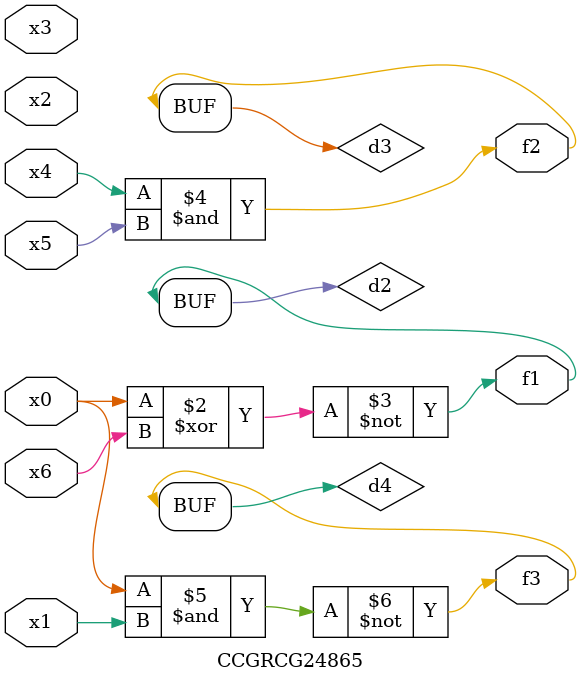
<source format=v>
module CCGRCG24865(
	input x0, x1, x2, x3, x4, x5, x6,
	output f1, f2, f3
);

	wire d1, d2, d3, d4;

	nor (d1, x0);
	xnor (d2, x0, x6);
	and (d3, x4, x5);
	nand (d4, x0, x1);
	assign f1 = d2;
	assign f2 = d3;
	assign f3 = d4;
endmodule

</source>
